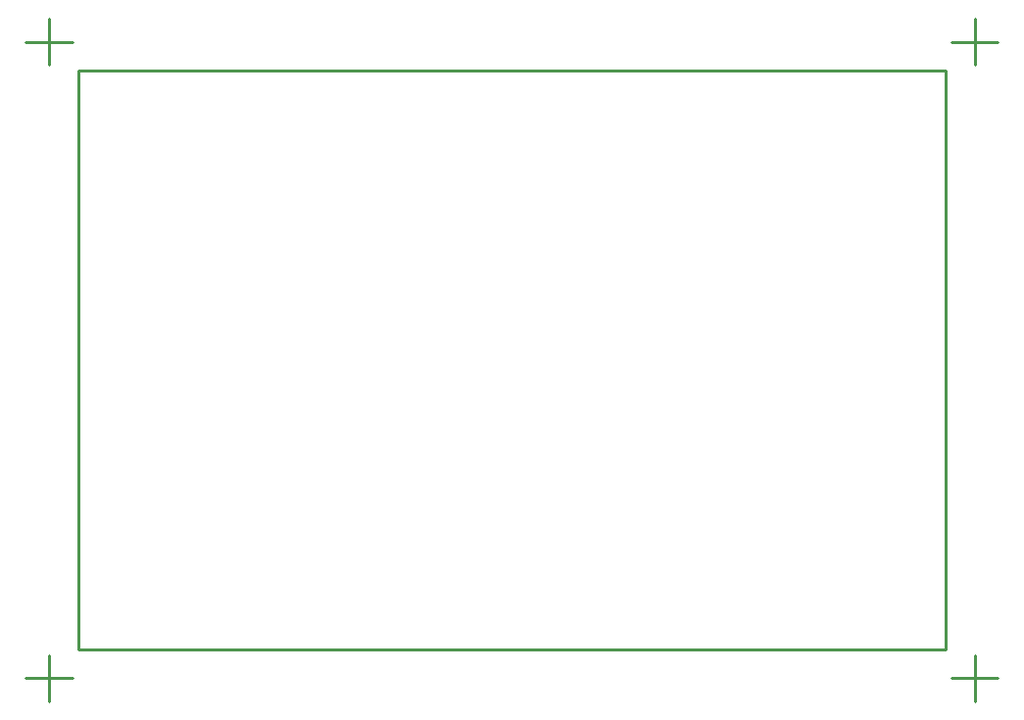
<source format=gko>
G04*
G04 #@! TF.GenerationSoftware,Altium Limited,Altium Designer,18.1.1 (9)*
G04*
G04 Layer_Color=16711935*
%FSLAX42Y42*%
%MOMM*%
G71*
G01*
G75*
%ADD87C,0.25*%
D87*
X-250Y5050D02*
Y5450D01*
X7750Y-450D02*
Y-250D01*
Y-50D01*
Y-250D02*
X7950D01*
X7550D02*
X7750D01*
Y5050D02*
Y5250D01*
Y5450D01*
Y5250D02*
X7950D01*
X7550D02*
X7750D01*
X-450D02*
X-50D01*
X-450Y-250D02*
X-50D01*
X-250Y-450D02*
Y-250D01*
Y-50D01*
X0Y0D02*
Y5000D01*
X7500D01*
Y0D02*
Y5000D01*
X0Y0D02*
X7500D01*
M02*

</source>
